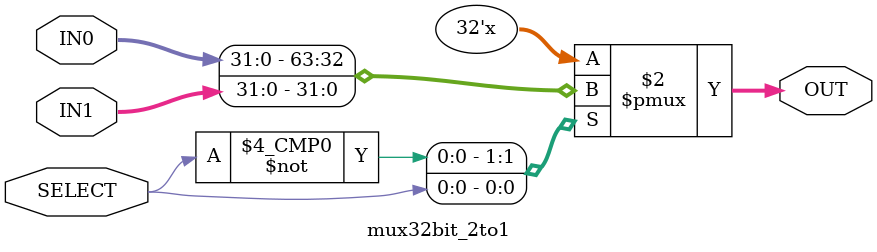
<source format=v>
/*
 * mux32bit_2to1 module - 
 * select IN0 if SELECT is LOW --> 0
 * select IN1 if SELECT is HIGH --> 1
 */

module mux32bit_2to1(OUT,IN0,IN1,SELECT);
    // declare inputs and output
    input [31:0] IN0,IN1;
    input SELECT;
    output reg [31:0] OUT; 

    // always block to SELECT inputs
    always @(*) begin
        #1;
     
        case(SELECT)
            0: OUT = IN0;
            1: OUT = IN1;
        endcase

    end
endmodule
</source>
